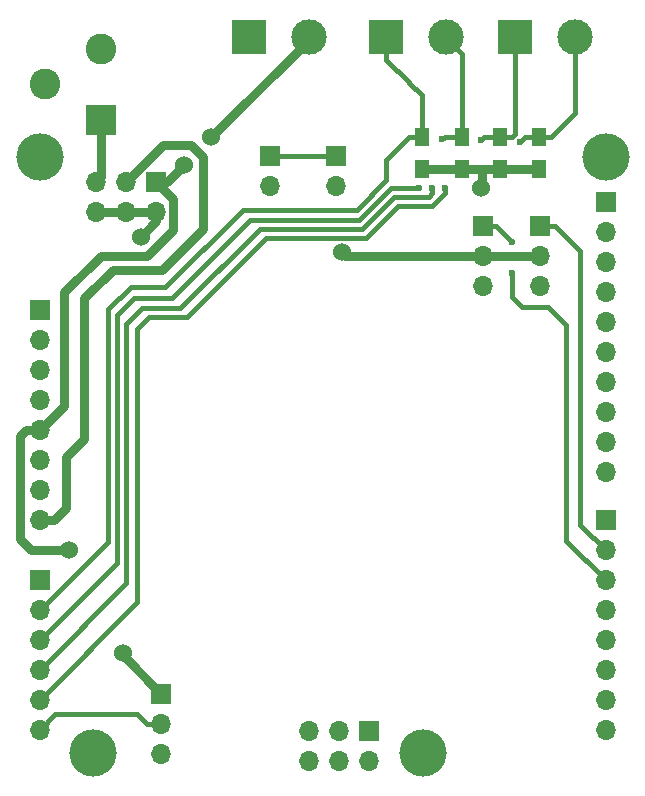
<source format=gtl>
G04 #@! TF.FileFunction,Copper,L1,Top,Signal*
%FSLAX46Y46*%
G04 Gerber Fmt 4.6, Leading zero omitted, Abs format (unit mm)*
G04 Created by KiCad (PCBNEW 4.0.7) date 01/29/18 05:57:28*
%MOMM*%
%LPD*%
G01*
G04 APERTURE LIST*
%ADD10C,0.100000*%
%ADD11R,1.700000X1.700000*%
%ADD12O,1.700000X1.700000*%
%ADD13R,2.600000X2.600000*%
%ADD14C,2.600000*%
%ADD15R,3.000000X3.000000*%
%ADD16C,3.000000*%
%ADD17C,4.000000*%
%ADD18R,1.300000X1.500000*%
%ADD19C,1.524000*%
%ADD20C,0.600000*%
%ADD21C,0.762000*%
%ADD22C,0.406400*%
G04 APERTURE END LIST*
D10*
D11*
X142524480Y-124871480D03*
D12*
X142524480Y-127411480D03*
X139984480Y-124871480D03*
X139984480Y-127411480D03*
X137444480Y-124871480D03*
X137444480Y-127411480D03*
D13*
X119788940Y-73086480D03*
D14*
X119788940Y-67086480D03*
X115088940Y-70086480D03*
D11*
X124477780Y-78381860D03*
D12*
X124477780Y-80921860D03*
X121937780Y-78381860D03*
X121937780Y-80921860D03*
X119397780Y-78381860D03*
X119397780Y-80921860D03*
D11*
X114635280Y-112049560D03*
D12*
X114635280Y-114589560D03*
X114635280Y-117129560D03*
X114635280Y-119669560D03*
X114635280Y-122209560D03*
X114635280Y-124749560D03*
D15*
X132298440Y-66083180D03*
D16*
X137378440Y-66083180D03*
D15*
X143972280Y-66131440D03*
D16*
X149052280Y-66131440D03*
D11*
X162532060Y-80050640D03*
D12*
X162532060Y-82590640D03*
X162532060Y-85130640D03*
X162532060Y-87670640D03*
X162532060Y-90210640D03*
X162532060Y-92750640D03*
X162532060Y-95290640D03*
X162532060Y-97830640D03*
X162532060Y-100370640D03*
X162532060Y-102910640D03*
D11*
X162554920Y-107010200D03*
D12*
X162554920Y-109550200D03*
X162554920Y-112090200D03*
X162554920Y-114630200D03*
X162554920Y-117170200D03*
X162554920Y-119710200D03*
X162554920Y-122250200D03*
X162554920Y-124790200D03*
D15*
X154848560Y-66136520D03*
D16*
X159928560Y-66136520D03*
D11*
X156989780Y-82064860D03*
D12*
X156989780Y-84604860D03*
X156989780Y-87144860D03*
D11*
X152163780Y-82064860D03*
D12*
X152163780Y-84604860D03*
X152163780Y-87144860D03*
D17*
X114632740Y-76271120D03*
X119085360Y-126746000D03*
X147093940Y-126756160D03*
D18*
X150385780Y-74571860D03*
X150385780Y-77271860D03*
X146956780Y-74571860D03*
X146956780Y-77271860D03*
X156862780Y-74571860D03*
X156862780Y-77271860D03*
X153560780Y-74571860D03*
X153560780Y-77271860D03*
D11*
X124858780Y-121688860D03*
D12*
X124858780Y-124228860D03*
X124858780Y-126768860D03*
D11*
X114640360Y-89207340D03*
D12*
X114640360Y-91747340D03*
X114640360Y-94287340D03*
X114640360Y-96827340D03*
X114640360Y-99367340D03*
X114640360Y-101907340D03*
X114640360Y-104447340D03*
X114640360Y-106987340D03*
D17*
X162590480Y-76250800D03*
D11*
X134112000Y-76200000D03*
D12*
X134112000Y-78740000D03*
D11*
X139700000Y-76200000D03*
D12*
X139700000Y-78740000D03*
D19*
X151993600Y-78841600D03*
X121627900Y-118295420D03*
X117050820Y-109522260D03*
X129136140Y-74576940D03*
X126819660Y-76944220D03*
X140165976Y-84307030D03*
X123167140Y-82999580D03*
D20*
X146743420Y-78892400D03*
X148709380Y-74767440D03*
X147868640Y-78910180D03*
X151985980Y-74792840D03*
X148968460Y-78907640D03*
X155303220Y-74963020D03*
X154592020Y-83416140D03*
X154581860Y-86042500D03*
D21*
X119788940Y-73086480D02*
X119788940Y-77990700D01*
X119788940Y-77990700D02*
X119397780Y-78381860D01*
X152052020Y-77271860D02*
X153560780Y-77271860D01*
X150385780Y-77271860D02*
X152052020Y-77271860D01*
X152052020Y-77271860D02*
X152052020Y-78783180D01*
X152052020Y-78783180D02*
X151993600Y-78841600D01*
X156862780Y-77271860D02*
X153560780Y-77271860D01*
X146956780Y-77271860D02*
X150385780Y-77271860D01*
X121627900Y-118457980D02*
X124858780Y-121688860D01*
X121627900Y-118295420D02*
X121627900Y-118457980D01*
X112933480Y-108562140D02*
X113893600Y-109522260D01*
X113893600Y-109522260D02*
X117050820Y-109522260D01*
X112933480Y-99872139D02*
X112933480Y-108562140D01*
X114640360Y-99367340D02*
X113438279Y-99367340D01*
X113438279Y-99367340D02*
X112933480Y-99872139D01*
X129136140Y-74576940D02*
X137378440Y-66334640D01*
X137378440Y-66334640D02*
X137378440Y-66083180D01*
X124477780Y-78381860D02*
X125382020Y-78381860D01*
X125382020Y-78381860D02*
X126819660Y-76944220D01*
X114640360Y-99367340D02*
X116677440Y-97330260D01*
X116677440Y-97330260D02*
X116677440Y-87711280D01*
X116677440Y-87711280D02*
X119766080Y-84622640D01*
X119766080Y-84622640D02*
X123710700Y-84622640D01*
X123710700Y-84622640D02*
X125908781Y-82424559D01*
X125908781Y-82424559D02*
X125908781Y-79812861D01*
X125908781Y-79812861D02*
X124477780Y-78381860D01*
X152163780Y-84604860D02*
X156989780Y-84604860D01*
X140463806Y-84604860D02*
X140165976Y-84307030D01*
X152163780Y-84604860D02*
X140463806Y-84604860D01*
X124477780Y-80921860D02*
X124477780Y-81688940D01*
X124477780Y-81688940D02*
X123167140Y-82999580D01*
X124477780Y-80921860D02*
X121937780Y-80921860D01*
X119397780Y-80921860D02*
X121937780Y-80921860D01*
X114640360Y-106987340D02*
X115842441Y-106987340D01*
X115842441Y-106987340D02*
X115978940Y-106850841D01*
X115978940Y-106850841D02*
X115978940Y-106827320D01*
X115978940Y-106827320D02*
X116842540Y-105963720D01*
X116842540Y-101681280D02*
X118386860Y-100136960D01*
X118386860Y-88231980D02*
X120830340Y-85788500D01*
X120830340Y-85788500D02*
X124947680Y-85788500D01*
X124947680Y-85788500D02*
X128397000Y-82339180D01*
X128397000Y-82339180D02*
X128397000Y-76243180D01*
X128397000Y-76243180D02*
X127393700Y-75239880D01*
X127393700Y-75239880D02*
X125079760Y-75239880D01*
X125079760Y-75239880D02*
X122787779Y-77531861D01*
X122787779Y-77531861D02*
X121937780Y-78381860D01*
X116842540Y-105963720D02*
X116842540Y-101681280D01*
X118386860Y-100136960D02*
X118386860Y-88231980D01*
D22*
X146956780Y-74571860D02*
X145900380Y-74571860D01*
X145900380Y-74571860D02*
X143967200Y-76505040D01*
X143967200Y-76505040D02*
X143967200Y-78234540D01*
X143967200Y-78234540D02*
X141488160Y-80713580D01*
X141488160Y-80713580D02*
X131785360Y-80713580D01*
X131785360Y-80713580D02*
X125244860Y-87254080D01*
X125244860Y-87254080D02*
X122301000Y-87254080D01*
X122301000Y-87254080D02*
X120398540Y-89156540D01*
X120398540Y-89156540D02*
X120398540Y-108826300D01*
X120398540Y-108826300D02*
X114635280Y-114589560D01*
X145868260Y-69957820D02*
X146956780Y-71046340D01*
X146956780Y-71046340D02*
X146956780Y-74571860D01*
X145868260Y-69933820D02*
X145868260Y-69957820D01*
X143972280Y-66131440D02*
X143972280Y-68037840D01*
X143972280Y-68037840D02*
X145868260Y-69933820D01*
X121142760Y-89651840D02*
X121142760Y-110622080D01*
X121142760Y-110622080D02*
X114635280Y-117129560D01*
X122605800Y-88188800D02*
X121142760Y-89651840D01*
X125778260Y-88188800D02*
X122605800Y-88188800D01*
X132397500Y-81569560D02*
X125778260Y-88188800D01*
X141665960Y-81569560D02*
X132397500Y-81569560D01*
X144315180Y-78920340D02*
X141665960Y-81569560D01*
X146291216Y-78920340D02*
X144315180Y-78920340D01*
X146743420Y-78892400D02*
X146319156Y-78892400D01*
X146319156Y-78892400D02*
X146291216Y-78920340D01*
X150385780Y-74571860D02*
X148904960Y-74571860D01*
X148904960Y-74571860D02*
X148709380Y-74767440D01*
X149052280Y-66212720D02*
X150385780Y-67546220D01*
X150385780Y-67546220D02*
X150385780Y-74571860D01*
X149052280Y-66131440D02*
X149052280Y-66212720D01*
X121958100Y-90390980D02*
X121958100Y-112346740D01*
X121958100Y-112346740D02*
X114635280Y-119669560D01*
X123268740Y-89080340D02*
X121958100Y-90390980D01*
X126466600Y-89080340D02*
X123268740Y-89080340D01*
X133230620Y-82316320D02*
X126466600Y-89080340D01*
X141902180Y-82316320D02*
X133230620Y-82316320D01*
X144592040Y-79626460D02*
X141902180Y-82316320D01*
X147576624Y-79626460D02*
X144592040Y-79626460D01*
X147868640Y-78910180D02*
X147868640Y-79334444D01*
X147868640Y-79334444D02*
X147576624Y-79626460D01*
X153560780Y-74571860D02*
X152206960Y-74571860D01*
X152206960Y-74571860D02*
X151985980Y-74792840D01*
X153560780Y-74571860D02*
X153253440Y-74571860D01*
X154848560Y-66136520D02*
X154848560Y-74340480D01*
X154848560Y-74340480D02*
X154617180Y-74571860D01*
X154617180Y-74571860D02*
X153560780Y-74571860D01*
X122877580Y-90820240D02*
X122877580Y-113967260D01*
X122877580Y-113967260D02*
X114635280Y-122209560D01*
X123850400Y-89847420D02*
X122877580Y-90820240D01*
X127083820Y-89847420D02*
X123850400Y-89847420D01*
X133789420Y-83141820D02*
X127083820Y-89847420D01*
X142240000Y-83141820D02*
X133789420Y-83141820D01*
X144950180Y-80431640D02*
X142240000Y-83141820D01*
X147868724Y-80431640D02*
X144950180Y-80431640D01*
X148968460Y-78907640D02*
X148968460Y-79331904D01*
X148968460Y-79331904D02*
X147868724Y-80431640D01*
X155806380Y-74571860D02*
X155694380Y-74571860D01*
X155694380Y-74571860D02*
X155303220Y-74963020D01*
X156862780Y-74571860D02*
X155806380Y-74571860D01*
X157919180Y-74571860D02*
X156862780Y-74571860D01*
X159928560Y-66136520D02*
X159928560Y-72562480D01*
X159928560Y-72562480D02*
X157919180Y-74571860D01*
X124858780Y-124228860D02*
X123656699Y-124228860D01*
X123656699Y-124228860D02*
X122871839Y-123444000D01*
X122871839Y-123444000D02*
X115940840Y-123444000D01*
X115940840Y-123444000D02*
X114635280Y-124749560D01*
X162554920Y-109550200D02*
X160385760Y-107381040D01*
X160385760Y-84204440D02*
X158246180Y-82064860D01*
X158246180Y-82064860D02*
X156989780Y-82064860D01*
X160385760Y-107381040D02*
X160385760Y-84204440D01*
X154592020Y-83416140D02*
X153261060Y-82085180D01*
X153261060Y-82085180D02*
X152184100Y-82085180D01*
X152184100Y-82085180D02*
X152163780Y-82064860D01*
X155006040Y-88506300D02*
X154581860Y-88082120D01*
X154581860Y-88082120D02*
X154581860Y-86042500D01*
X155006040Y-88508840D02*
X155006040Y-88506300D01*
X162554920Y-112090200D02*
X159202120Y-108737400D01*
X159202120Y-108737400D02*
X159202120Y-90520520D01*
X159202120Y-90520520D02*
X157673040Y-88991440D01*
X155488640Y-88991440D02*
X155006040Y-88508840D01*
X157673040Y-88991440D02*
X155488640Y-88991440D01*
X134112000Y-76200000D02*
X139700000Y-76200000D01*
M02*

</source>
